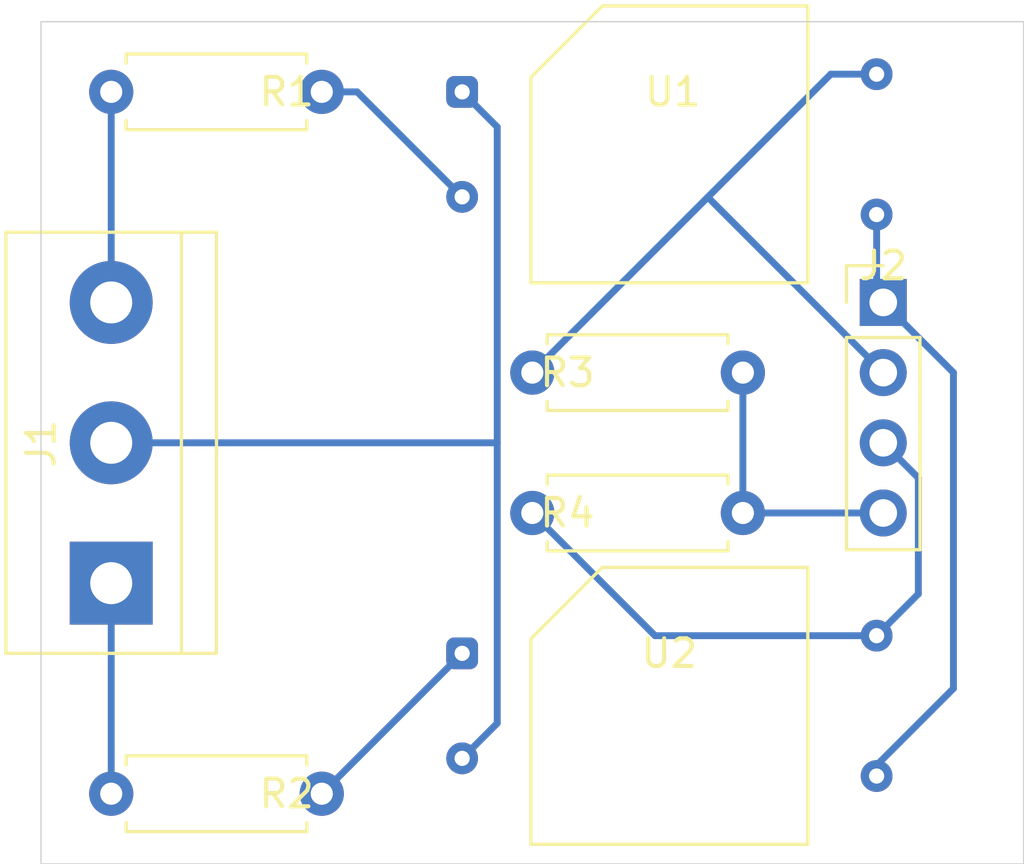
<source format=kicad_pcb>
(kicad_pcb (version 20171130) (host pcbnew "(5.1.4)-1")

  (general
    (thickness 1.6)
    (drawings 4)
    (tracks 27)
    (zones 0)
    (modules 8)
    (nets 10)
  )

  (page A4)
  (layers
    (0 F.Cu signal)
    (31 B.Cu signal)
    (32 B.Adhes user)
    (33 F.Adhes user)
    (34 B.Paste user)
    (35 F.Paste user)
    (36 B.SilkS user)
    (37 F.SilkS user)
    (38 B.Mask user)
    (39 F.Mask user)
    (40 Dwgs.User user)
    (41 Cmts.User user)
    (42 Eco1.User user)
    (43 Eco2.User user)
    (44 Edge.Cuts user)
    (45 Margin user)
    (46 B.CrtYd user)
    (47 F.CrtYd user)
    (48 B.Fab user)
    (49 F.Fab user)
  )

  (setup
    (last_trace_width 0.25)
    (user_trace_width 0.5)
    (user_trace_width 1)
    (user_trace_width 2)
    (trace_clearance 0.2)
    (zone_clearance 0.508)
    (zone_45_only no)
    (trace_min 0.2)
    (via_size 0.8)
    (via_drill 0.4)
    (via_min_size 0.4)
    (via_min_drill 0.3)
    (uvia_size 0.3)
    (uvia_drill 0.1)
    (uvias_allowed no)
    (uvia_min_size 0.2)
    (uvia_min_drill 0.1)
    (edge_width 0.05)
    (segment_width 0.2)
    (pcb_text_width 0.3)
    (pcb_text_size 1.5 1.5)
    (mod_edge_width 0.12)
    (mod_text_size 1 1)
    (mod_text_width 0.15)
    (pad_size 3 3)
    (pad_drill 1.52)
    (pad_to_mask_clearance 0.051)
    (solder_mask_min_width 0.25)
    (aux_axis_origin 0 0)
    (visible_elements 7FFFFFFF)
    (pcbplotparams
      (layerselection 0x010fc_ffffffff)
      (usegerberextensions false)
      (usegerberattributes false)
      (usegerberadvancedattributes false)
      (creategerberjobfile false)
      (excludeedgelayer true)
      (linewidth 0.100000)
      (plotframeref false)
      (viasonmask false)
      (mode 1)
      (useauxorigin false)
      (hpglpennumber 1)
      (hpglpenspeed 20)
      (hpglpendiameter 15.000000)
      (psnegative false)
      (psa4output false)
      (plotreference true)
      (plotvalue true)
      (plotinvisibletext false)
      (padsonsilk false)
      (subtractmaskfromsilk false)
      (outputformat 1)
      (mirror false)
      (drillshape 1)
      (scaleselection 1)
      (outputdirectory ""))
  )

  (net 0 "")
  (net 1 /BleederCenter)
  (net 2 /PowerOut+)
  (net 3 /PowerOut-)
  (net 4 /ControlSignal2)
  (net 5 /ControlSignal1)
  (net 6 /ControlPower+)
  (net 7 /ControlPower-)
  (net 8 "Net-(R1-Pad2)")
  (net 9 "Net-(R2-Pad2)")

  (net_class Default "This is the default net class."
    (clearance 0.2)
    (trace_width 0.25)
    (via_dia 0.8)
    (via_drill 0.4)
    (uvia_dia 0.3)
    (uvia_drill 0.1)
    (add_net /BleederCenter)
    (add_net /ControlPower+)
    (add_net /ControlPower-)
    (add_net /ControlSignal1)
    (add_net /ControlSignal2)
    (add_net /PowerOut+)
    (add_net /PowerOut-)
    (add_net "Net-(R1-Pad2)")
    (add_net "Net-(R2-Pad2)")
  )

  (module TerminalBlock:TerminalBlock_bornier-3_P5.08mm (layer F.Cu) (tedit 59FF03B9) (tstamp 5ED9B68C)
    (at 96.52 93.98 90)
    (descr "simple 3-pin terminal block, pitch 5.08mm, revamped version of bornier3")
    (tags "terminal block bornier3")
    (path /5DF30AB6)
    (fp_text reference J1 (at 5.05 -2.54 90) (layer F.SilkS)
      (effects (font (size 1 1) (thickness 0.15)))
    )
    (fp_text value "From Capacitor Bank" (at 5.08 2.54 90) (layer F.Fab)
      (effects (font (size 1 1) (thickness 0.15)))
    )
    (fp_line (start 12.88 4) (end -2.72 4) (layer F.CrtYd) (width 0.05))
    (fp_line (start 12.88 4) (end 12.88 -4) (layer F.CrtYd) (width 0.05))
    (fp_line (start -2.72 -4) (end -2.72 4) (layer F.CrtYd) (width 0.05))
    (fp_line (start -2.72 -4) (end 12.88 -4) (layer F.CrtYd) (width 0.05))
    (fp_line (start -2.54 3.81) (end 12.7 3.81) (layer F.SilkS) (width 0.12))
    (fp_line (start -2.54 -3.81) (end 12.7 -3.81) (layer F.SilkS) (width 0.12))
    (fp_line (start -2.54 2.54) (end 12.7 2.54) (layer F.SilkS) (width 0.12))
    (fp_line (start 12.7 3.81) (end 12.7 -3.81) (layer F.SilkS) (width 0.12))
    (fp_line (start -2.54 3.81) (end -2.54 -3.81) (layer F.SilkS) (width 0.12))
    (fp_line (start -2.47 3.75) (end -2.47 -3.75) (layer F.Fab) (width 0.1))
    (fp_line (start 12.63 3.75) (end -2.47 3.75) (layer F.Fab) (width 0.1))
    (fp_line (start 12.63 -3.75) (end 12.63 3.75) (layer F.Fab) (width 0.1))
    (fp_line (start -2.47 -3.75) (end 12.63 -3.75) (layer F.Fab) (width 0.1))
    (fp_line (start -2.47 2.55) (end 12.63 2.55) (layer F.Fab) (width 0.1))
    (fp_text user %R (at 5.08 0 90) (layer F.Fab)
      (effects (font (size 1 1) (thickness 0.15)))
    )
    (pad 3 thru_hole circle (at 10.16 0 90) (size 3 3) (drill 1.52) (layers *.Cu *.Mask)
      (net 2 /PowerOut+))
    (pad 2 thru_hole circle (at 5.08 0 90) (size 3 3) (drill 1.52) (layers *.Cu *.Mask)
      (net 1 /BleederCenter))
    (pad 1 thru_hole rect (at 0 0 90) (size 3 3) (drill 1.52) (layers *.Cu *.Mask)
      (net 3 /PowerOut-))
    (model ${KISYS3DMOD}/TerminalBlock.3dshapes/TerminalBlock_bornier-3_P5.08mm.wrl
      (offset (xyz 5.079999923706055 0 0))
      (scale (xyz 1 1 1))
      (rotate (xyz 0 0 0))
    )
  )

  (module Connector_PinHeader_2.54mm:PinHeader_1x04_P2.54mm_Vertical (layer F.Cu) (tedit 59FED5CC) (tstamp 5ED66DBF)
    (at 124.46 83.82)
    (descr "Through hole straight pin header, 1x04, 2.54mm pitch, single row")
    (tags "Through hole pin header THT 1x04 2.54mm single row")
    (path /5DD38980)
    (fp_text reference J2 (at 0 -1.33) (layer F.SilkS)
      (effects (font (size 1 1) (thickness 0.15)))
    )
    (fp_text value "To Control" (at 2.54 5.08 90) (layer F.Fab)
      (effects (font (size 1 1) (thickness 0.15)))
    )
    (fp_text user %R (at 0 3.81 90) (layer F.Fab)
      (effects (font (size 1 1) (thickness 0.15)))
    )
    (fp_line (start 1.8 -1.8) (end -1.8 -1.8) (layer F.CrtYd) (width 0.05))
    (fp_line (start 1.8 9.4) (end 1.8 -1.8) (layer F.CrtYd) (width 0.05))
    (fp_line (start -1.8 9.4) (end 1.8 9.4) (layer F.CrtYd) (width 0.05))
    (fp_line (start -1.8 -1.8) (end -1.8 9.4) (layer F.CrtYd) (width 0.05))
    (fp_line (start -1.33 -1.33) (end 0 -1.33) (layer F.SilkS) (width 0.12))
    (fp_line (start -1.33 0) (end -1.33 -1.33) (layer F.SilkS) (width 0.12))
    (fp_line (start -1.33 1.27) (end 1.33 1.27) (layer F.SilkS) (width 0.12))
    (fp_line (start 1.33 1.27) (end 1.33 8.95) (layer F.SilkS) (width 0.12))
    (fp_line (start -1.33 1.27) (end -1.33 8.95) (layer F.SilkS) (width 0.12))
    (fp_line (start -1.33 8.95) (end 1.33 8.95) (layer F.SilkS) (width 0.12))
    (fp_line (start -1.27 -0.635) (end -0.635 -1.27) (layer F.Fab) (width 0.1))
    (fp_line (start -1.27 8.89) (end -1.27 -0.635) (layer F.Fab) (width 0.1))
    (fp_line (start 1.27 8.89) (end -1.27 8.89) (layer F.Fab) (width 0.1))
    (fp_line (start 1.27 -1.27) (end 1.27 8.89) (layer F.Fab) (width 0.1))
    (fp_line (start -0.635 -1.27) (end 1.27 -1.27) (layer F.Fab) (width 0.1))
    (pad 4 thru_hole oval (at 0 7.62) (size 1.7 1.7) (drill 1) (layers *.Cu *.Mask)
      (net 7 /ControlPower-))
    (pad 3 thru_hole oval (at 0 5.08) (size 1.7 1.7) (drill 1) (layers *.Cu *.Mask)
      (net 4 /ControlSignal2))
    (pad 2 thru_hole oval (at 0 2.54) (size 1.7 1.7) (drill 1) (layers *.Cu *.Mask)
      (net 5 /ControlSignal1))
    (pad 1 thru_hole rect (at 0 0) (size 1.7 1.7) (drill 1) (layers *.Cu *.Mask)
      (net 6 /ControlPower+))
    (model ${KISYS3DMOD}/Connector_PinHeader_2.54mm.3dshapes/PinHeader_1x04_P2.54mm_Vertical.wrl
      (at (xyz 0 0 0))
      (scale (xyz 1 1 1))
      (rotate (xyz 0 0 0))
    )
  )

  (module OptoDevice:PerkinElmer_VTL5C (layer F.Cu) (tedit 5B86F5E5) (tstamp 5ED64567)
    (at 109.22 96.52)
    (descr "Axial Vactrol (http://www.qsl.net/wa1ion/vactrol/vactrol.pdf)")
    (tags vactrol)
    (path /5E0F91ED)
    (fp_text reference U2 (at 7.5 0) (layer F.SilkS)
      (effects (font (size 1 1) (thickness 0.15)))
    )
    (fp_text value VTL5C (at 7.62 5.08) (layer F.Fab)
      (effects (font (size 1 1) (thickness 0.15)))
    )
    (fp_line (start 12.7 5.27) (end 12.7 7.1) (layer F.CrtYd) (width 0.05))
    (fp_line (start 15.83 5.27) (end 15.83 -1.47) (layer F.CrtYd) (width 0.05))
    (fp_line (start 15.83 5.27) (end 12.7 5.27) (layer F.CrtYd) (width 0.05))
    (fp_line (start 15.83 -1.47) (end 12.7 -1.47) (layer F.CrtYd) (width 0.05))
    (fp_line (start 2.3 4.63) (end -0.83 4.63) (layer F.CrtYd) (width 0.05))
    (fp_line (start 2.53 -0.83) (end -0.83 -0.83) (layer F.CrtYd) (width 0.05))
    (fp_line (start -0.83 4.63) (end -0.83 -0.83) (layer F.CrtYd) (width 0.05))
    (fp_line (start 0.7 0.25) (end 2.55 0.9) (layer F.Fab) (width 0.1))
    (fp_line (start 14.3 4.44) (end 12.45 4.44) (layer F.Fab) (width 0.1))
    (fp_line (start 5.1 -3.05) (end 12.45 -3.05) (layer F.Fab) (width 0.1))
    (fp_line (start 12.45 -3.05) (end 12.45 6.85) (layer F.Fab) (width 0.1))
    (fp_line (start 12.45 6.85) (end 2.55 6.85) (layer F.Fab) (width 0.1))
    (fp_line (start 2.55 6.85) (end 2.55 -0.5) (layer F.Fab) (width 0.1))
    (fp_line (start 5.1 -3.05) (end 2.55 -0.5) (layer F.Fab) (width 0.1))
    (fp_line (start 14.3 -0.64) (end 12.45 -0.64) (layer F.Fab) (width 0.1))
    (fp_line (start 0.7 3.55) (end 2.55 2.9) (layer F.Fab) (width 0.1))
    (fp_line (start 12.7 -3.3) (end 12.7 -1.47) (layer F.CrtYd) (width 0.05))
    (fp_line (start 12.7 7.1) (end 2.3 7.1) (layer F.CrtYd) (width 0.05))
    (fp_line (start 2.3 7.1) (end 2.3 4.63) (layer F.CrtYd) (width 0.05))
    (fp_line (start 2.53 -0.83) (end 5 -3.3) (layer F.CrtYd) (width 0.05))
    (fp_line (start 5 -3.3) (end 12.7 -3.3) (layer F.CrtYd) (width 0.05))
    (fp_line (start 12.51 -3.11) (end 5.07 -3.11) (layer F.SilkS) (width 0.12))
    (fp_line (start 5.07 -3.11) (end 2.49 -0.53) (layer F.SilkS) (width 0.12))
    (fp_line (start 2.49 -0.53) (end 2.49 6.91) (layer F.SilkS) (width 0.12))
    (fp_line (start 2.49 6.91) (end 12.51 6.91) (layer F.SilkS) (width 0.12))
    (fp_line (start 12.51 6.91) (end 12.51 -3.11) (layer F.SilkS) (width 0.12))
    (fp_text user %R (at 7.5 0) (layer F.Fab)
      (effects (font (size 1 1) (thickness 0.1)))
    )
    (pad 2 thru_hole circle (at 0 3.8) (size 1.15 1.15) (drill 0.55) (layers *.Cu *.Mask)
      (net 1 /BleederCenter))
    (pad 4 thru_hole circle (at 15 4.44) (size 1.15 1.15) (drill 0.55) (layers *.Cu *.Mask)
      (net 6 /ControlPower+))
    (pad 3 thru_hole circle (at 15 -0.64) (size 1.15 1.15) (drill 0.55) (layers *.Cu *.Mask)
      (net 4 /ControlSignal2))
    (pad 1 thru_hole roundrect (at 0 0) (size 1.15 1.15) (drill 0.55) (layers *.Cu *.Mask) (roundrect_rratio 0.25)
      (net 9 "Net-(R2-Pad2)"))
    (model ${KISYS3DMOD}/OptoDevice.3dshapes/PerkinElmer_VTL5C.wrl
      (at (xyz 0 0 0))
      (scale (xyz 1 1 1))
      (rotate (xyz 0 0 0))
    )
  )

  (module OptoDevice:PerkinElmer_VTL5C (layer F.Cu) (tedit 5B86F5E5) (tstamp 5ED64544)
    (at 109.22 76.2)
    (descr "Axial Vactrol (http://www.qsl.net/wa1ion/vactrol/vactrol.pdf)")
    (tags vactrol)
    (path /5E0EEB06)
    (fp_text reference U1 (at 7.62 0) (layer F.SilkS)
      (effects (font (size 1 1) (thickness 0.15)))
    )
    (fp_text value VTL5C (at 7.62 5.08) (layer F.Fab)
      (effects (font (size 1 1) (thickness 0.15)))
    )
    (fp_line (start 12.7 5.27) (end 12.7 7.1) (layer F.CrtYd) (width 0.05))
    (fp_line (start 15.83 5.27) (end 15.83 -1.47) (layer F.CrtYd) (width 0.05))
    (fp_line (start 15.83 5.27) (end 12.7 5.27) (layer F.CrtYd) (width 0.05))
    (fp_line (start 15.83 -1.47) (end 12.7 -1.47) (layer F.CrtYd) (width 0.05))
    (fp_line (start 2.3 4.63) (end -0.83 4.63) (layer F.CrtYd) (width 0.05))
    (fp_line (start 2.53 -0.83) (end -0.83 -0.83) (layer F.CrtYd) (width 0.05))
    (fp_line (start -0.83 4.63) (end -0.83 -0.83) (layer F.CrtYd) (width 0.05))
    (fp_line (start 0.7 0.25) (end 2.55 0.9) (layer F.Fab) (width 0.1))
    (fp_line (start 14.3 4.44) (end 12.45 4.44) (layer F.Fab) (width 0.1))
    (fp_line (start 5.1 -3.05) (end 12.45 -3.05) (layer F.Fab) (width 0.1))
    (fp_line (start 12.45 -3.05) (end 12.45 6.85) (layer F.Fab) (width 0.1))
    (fp_line (start 12.45 6.85) (end 2.55 6.85) (layer F.Fab) (width 0.1))
    (fp_line (start 2.55 6.85) (end 2.55 -0.5) (layer F.Fab) (width 0.1))
    (fp_line (start 5.1 -3.05) (end 2.55 -0.5) (layer F.Fab) (width 0.1))
    (fp_line (start 14.3 -0.64) (end 12.45 -0.64) (layer F.Fab) (width 0.1))
    (fp_line (start 0.7 3.55) (end 2.55 2.9) (layer F.Fab) (width 0.1))
    (fp_line (start 12.7 -3.3) (end 12.7 -1.47) (layer F.CrtYd) (width 0.05))
    (fp_line (start 12.7 7.1) (end 2.3 7.1) (layer F.CrtYd) (width 0.05))
    (fp_line (start 2.3 7.1) (end 2.3 4.63) (layer F.CrtYd) (width 0.05))
    (fp_line (start 2.53 -0.83) (end 5 -3.3) (layer F.CrtYd) (width 0.05))
    (fp_line (start 5 -3.3) (end 12.7 -3.3) (layer F.CrtYd) (width 0.05))
    (fp_line (start 12.51 -3.11) (end 5.07 -3.11) (layer F.SilkS) (width 0.12))
    (fp_line (start 5.07 -3.11) (end 2.49 -0.53) (layer F.SilkS) (width 0.12))
    (fp_line (start 2.49 -0.53) (end 2.49 6.91) (layer F.SilkS) (width 0.12))
    (fp_line (start 2.49 6.91) (end 12.51 6.91) (layer F.SilkS) (width 0.12))
    (fp_line (start 12.51 6.91) (end 12.51 -3.11) (layer F.SilkS) (width 0.12))
    (fp_text user %R (at 7.62 0) (layer F.Fab)
      (effects (font (size 1 1) (thickness 0.1)))
    )
    (pad 2 thru_hole circle (at 0 3.8) (size 1.15 1.15) (drill 0.55) (layers *.Cu *.Mask)
      (net 8 "Net-(R1-Pad2)"))
    (pad 4 thru_hole circle (at 15 4.44) (size 1.15 1.15) (drill 0.55) (layers *.Cu *.Mask)
      (net 6 /ControlPower+))
    (pad 3 thru_hole circle (at 15 -0.64) (size 1.15 1.15) (drill 0.55) (layers *.Cu *.Mask)
      (net 5 /ControlSignal1))
    (pad 1 thru_hole roundrect (at 0 0) (size 1.15 1.15) (drill 0.55) (layers *.Cu *.Mask) (roundrect_rratio 0.25)
      (net 1 /BleederCenter))
    (model ${KISYS3DMOD}/OptoDevice.3dshapes/PerkinElmer_VTL5C.wrl
      (at (xyz 0 0 0))
      (scale (xyz 1 1 1))
      (rotate (xyz 0 0 0))
    )
  )

  (module Resistor_THT:R_Axial_DIN0207_L6.3mm_D2.5mm_P7.62mm_Horizontal (layer F.Cu) (tedit 5AE5139B) (tstamp 5ED64521)
    (at 119.38 91.44 180)
    (descr "Resistor, Axial_DIN0207 series, Axial, Horizontal, pin pitch=7.62mm, 0.25W = 1/4W, length*diameter=6.3*2.5mm^2, http://cdn-reichelt.de/documents/datenblatt/B400/1_4W%23YAG.pdf")
    (tags "Resistor Axial_DIN0207 series Axial Horizontal pin pitch 7.62mm 0.25W = 1/4W length 6.3mm diameter 2.5mm")
    (path /5E148B18)
    (fp_text reference R4 (at 6.35 0) (layer F.SilkS)
      (effects (font (size 1 1) (thickness 0.15)))
    )
    (fp_text value 4.7K (at 1.27 0) (layer F.Fab)
      (effects (font (size 1 1) (thickness 0.15)))
    )
    (fp_text user %R (at 6.35 0) (layer F.Fab)
      (effects (font (size 1 1) (thickness 0.15)))
    )
    (fp_line (start 8.67 -1.5) (end -1.05 -1.5) (layer F.CrtYd) (width 0.05))
    (fp_line (start 8.67 1.5) (end 8.67 -1.5) (layer F.CrtYd) (width 0.05))
    (fp_line (start -1.05 1.5) (end 8.67 1.5) (layer F.CrtYd) (width 0.05))
    (fp_line (start -1.05 -1.5) (end -1.05 1.5) (layer F.CrtYd) (width 0.05))
    (fp_line (start 7.08 1.37) (end 7.08 1.04) (layer F.SilkS) (width 0.12))
    (fp_line (start 0.54 1.37) (end 7.08 1.37) (layer F.SilkS) (width 0.12))
    (fp_line (start 0.54 1.04) (end 0.54 1.37) (layer F.SilkS) (width 0.12))
    (fp_line (start 7.08 -1.37) (end 7.08 -1.04) (layer F.SilkS) (width 0.12))
    (fp_line (start 0.54 -1.37) (end 7.08 -1.37) (layer F.SilkS) (width 0.12))
    (fp_line (start 0.54 -1.04) (end 0.54 -1.37) (layer F.SilkS) (width 0.12))
    (fp_line (start 7.62 0) (end 6.96 0) (layer F.Fab) (width 0.1))
    (fp_line (start 0 0) (end 0.66 0) (layer F.Fab) (width 0.1))
    (fp_line (start 6.96 -1.25) (end 0.66 -1.25) (layer F.Fab) (width 0.1))
    (fp_line (start 6.96 1.25) (end 6.96 -1.25) (layer F.Fab) (width 0.1))
    (fp_line (start 0.66 1.25) (end 6.96 1.25) (layer F.Fab) (width 0.1))
    (fp_line (start 0.66 -1.25) (end 0.66 1.25) (layer F.Fab) (width 0.1))
    (pad 2 thru_hole oval (at 7.62 0 180) (size 1.6 1.6) (drill 0.8) (layers *.Cu *.Mask)
      (net 4 /ControlSignal2))
    (pad 1 thru_hole circle (at 0 0 180) (size 1.6 1.6) (drill 0.8) (layers *.Cu *.Mask)
      (net 7 /ControlPower-))
    (model ${KISYS3DMOD}/Resistor_THT.3dshapes/R_Axial_DIN0207_L6.3mm_D2.5mm_P7.62mm_Horizontal.wrl
      (at (xyz 0 0 0))
      (scale (xyz 1 1 1))
      (rotate (xyz 0 0 0))
    )
  )

  (module Resistor_THT:R_Axial_DIN0207_L6.3mm_D2.5mm_P7.62mm_Horizontal (layer F.Cu) (tedit 5AE5139B) (tstamp 5ED6450A)
    (at 119.38 86.36 180)
    (descr "Resistor, Axial_DIN0207 series, Axial, Horizontal, pin pitch=7.62mm, 0.25W = 1/4W, length*diameter=6.3*2.5mm^2, http://cdn-reichelt.de/documents/datenblatt/B400/1_4W%23YAG.pdf")
    (tags "Resistor Axial_DIN0207 series Axial Horizontal pin pitch 7.62mm 0.25W = 1/4W length 6.3mm diameter 2.5mm")
    (path /5E12C0F1)
    (fp_text reference R3 (at 6.35 0) (layer F.SilkS)
      (effects (font (size 1 1) (thickness 0.15)))
    )
    (fp_text value 4.7K (at 1.27 0) (layer F.Fab)
      (effects (font (size 1 1) (thickness 0.15)))
    )
    (fp_text user %R (at 6.35 0) (layer F.Fab)
      (effects (font (size 1 1) (thickness 0.15)))
    )
    (fp_line (start 8.67 -1.5) (end -1.05 -1.5) (layer F.CrtYd) (width 0.05))
    (fp_line (start 8.67 1.5) (end 8.67 -1.5) (layer F.CrtYd) (width 0.05))
    (fp_line (start -1.05 1.5) (end 8.67 1.5) (layer F.CrtYd) (width 0.05))
    (fp_line (start -1.05 -1.5) (end -1.05 1.5) (layer F.CrtYd) (width 0.05))
    (fp_line (start 7.08 1.37) (end 7.08 1.04) (layer F.SilkS) (width 0.12))
    (fp_line (start 0.54 1.37) (end 7.08 1.37) (layer F.SilkS) (width 0.12))
    (fp_line (start 0.54 1.04) (end 0.54 1.37) (layer F.SilkS) (width 0.12))
    (fp_line (start 7.08 -1.37) (end 7.08 -1.04) (layer F.SilkS) (width 0.12))
    (fp_line (start 0.54 -1.37) (end 7.08 -1.37) (layer F.SilkS) (width 0.12))
    (fp_line (start 0.54 -1.04) (end 0.54 -1.37) (layer F.SilkS) (width 0.12))
    (fp_line (start 7.62 0) (end 6.96 0) (layer F.Fab) (width 0.1))
    (fp_line (start 0 0) (end 0.66 0) (layer F.Fab) (width 0.1))
    (fp_line (start 6.96 -1.25) (end 0.66 -1.25) (layer F.Fab) (width 0.1))
    (fp_line (start 6.96 1.25) (end 6.96 -1.25) (layer F.Fab) (width 0.1))
    (fp_line (start 0.66 1.25) (end 6.96 1.25) (layer F.Fab) (width 0.1))
    (fp_line (start 0.66 -1.25) (end 0.66 1.25) (layer F.Fab) (width 0.1))
    (pad 2 thru_hole oval (at 7.62 0 180) (size 1.6 1.6) (drill 0.8) (layers *.Cu *.Mask)
      (net 5 /ControlSignal1))
    (pad 1 thru_hole circle (at 0 0 180) (size 1.6 1.6) (drill 0.8) (layers *.Cu *.Mask)
      (net 7 /ControlPower-))
    (model ${KISYS3DMOD}/Resistor_THT.3dshapes/R_Axial_DIN0207_L6.3mm_D2.5mm_P7.62mm_Horizontal.wrl
      (at (xyz 0 0 0))
      (scale (xyz 1 1 1))
      (rotate (xyz 0 0 0))
    )
  )

  (module Resistor_THT:R_Axial_DIN0207_L6.3mm_D2.5mm_P7.62mm_Horizontal (layer F.Cu) (tedit 5AE5139B) (tstamp 5DE7A4B6)
    (at 96.52 101.6)
    (descr "Resistor, Axial_DIN0207 series, Axial, Horizontal, pin pitch=7.62mm, 0.25W = 1/4W, length*diameter=6.3*2.5mm^2, http://cdn-reichelt.de/documents/datenblatt/B400/1_4W%23YAG.pdf")
    (tags "Resistor Axial_DIN0207 series Axial Horizontal pin pitch 7.62mm 0.25W = 1/4W length 6.3mm diameter 2.5mm")
    (path /5DF00186)
    (fp_text reference R2 (at 6.35 0) (layer F.SilkS)
      (effects (font (size 1 1) (thickness 0.15)))
    )
    (fp_text value 4.3K (at 2.54 0) (layer F.Fab)
      (effects (font (size 1 1) (thickness 0.15)))
    )
    (fp_text user %R (at 6.35 0) (layer F.Fab)
      (effects (font (size 1 1) (thickness 0.15)))
    )
    (fp_line (start 8.67 -1.5) (end -1.05 -1.5) (layer F.CrtYd) (width 0.05))
    (fp_line (start 8.67 1.5) (end 8.67 -1.5) (layer F.CrtYd) (width 0.05))
    (fp_line (start -1.05 1.5) (end 8.67 1.5) (layer F.CrtYd) (width 0.05))
    (fp_line (start -1.05 -1.5) (end -1.05 1.5) (layer F.CrtYd) (width 0.05))
    (fp_line (start 7.08 1.37) (end 7.08 1.04) (layer F.SilkS) (width 0.12))
    (fp_line (start 0.54 1.37) (end 7.08 1.37) (layer F.SilkS) (width 0.12))
    (fp_line (start 0.54 1.04) (end 0.54 1.37) (layer F.SilkS) (width 0.12))
    (fp_line (start 7.08 -1.37) (end 7.08 -1.04) (layer F.SilkS) (width 0.12))
    (fp_line (start 0.54 -1.37) (end 7.08 -1.37) (layer F.SilkS) (width 0.12))
    (fp_line (start 0.54 -1.04) (end 0.54 -1.37) (layer F.SilkS) (width 0.12))
    (fp_line (start 7.62 0) (end 6.96 0) (layer F.Fab) (width 0.1))
    (fp_line (start 0 0) (end 0.66 0) (layer F.Fab) (width 0.1))
    (fp_line (start 6.96 -1.25) (end 0.66 -1.25) (layer F.Fab) (width 0.1))
    (fp_line (start 6.96 1.25) (end 6.96 -1.25) (layer F.Fab) (width 0.1))
    (fp_line (start 0.66 1.25) (end 6.96 1.25) (layer F.Fab) (width 0.1))
    (fp_line (start 0.66 -1.25) (end 0.66 1.25) (layer F.Fab) (width 0.1))
    (pad 2 thru_hole oval (at 7.62 0) (size 1.6 1.6) (drill 0.8) (layers *.Cu *.Mask)
      (net 9 "Net-(R2-Pad2)"))
    (pad 1 thru_hole circle (at 0 0) (size 1.6 1.6) (drill 0.8) (layers *.Cu *.Mask)
      (net 3 /PowerOut-))
    (model ${KISYS3DMOD}/Resistor_THT.3dshapes/R_Axial_DIN0207_L6.3mm_D2.5mm_P7.62mm_Horizontal.wrl
      (at (xyz 0 0 0))
      (scale (xyz 1 1 1))
      (rotate (xyz 0 0 0))
    )
  )

  (module Resistor_THT:R_Axial_DIN0207_L6.3mm_D2.5mm_P7.62mm_Horizontal (layer F.Cu) (tedit 5AE5139B) (tstamp 5DE7A3E7)
    (at 96.52 76.2)
    (descr "Resistor, Axial_DIN0207 series, Axial, Horizontal, pin pitch=7.62mm, 0.25W = 1/4W, length*diameter=6.3*2.5mm^2, http://cdn-reichelt.de/documents/datenblatt/B400/1_4W%23YAG.pdf")
    (tags "Resistor Axial_DIN0207 series Axial Horizontal pin pitch 7.62mm 0.25W = 1/4W length 6.3mm diameter 2.5mm")
    (path /5DD7ED5C)
    (fp_text reference R1 (at 6.35 0) (layer F.SilkS)
      (effects (font (size 1 1) (thickness 0.15)))
    )
    (fp_text value 4.3K (at 2.54 0) (layer F.Fab)
      (effects (font (size 1 1) (thickness 0.15)))
    )
    (fp_text user %R (at 6.35 0) (layer F.Fab)
      (effects (font (size 1 1) (thickness 0.15)))
    )
    (fp_line (start 8.67 -1.5) (end -1.05 -1.5) (layer F.CrtYd) (width 0.05))
    (fp_line (start 8.67 1.5) (end 8.67 -1.5) (layer F.CrtYd) (width 0.05))
    (fp_line (start -1.05 1.5) (end 8.67 1.5) (layer F.CrtYd) (width 0.05))
    (fp_line (start -1.05 -1.5) (end -1.05 1.5) (layer F.CrtYd) (width 0.05))
    (fp_line (start 7.08 1.37) (end 7.08 1.04) (layer F.SilkS) (width 0.12))
    (fp_line (start 0.54 1.37) (end 7.08 1.37) (layer F.SilkS) (width 0.12))
    (fp_line (start 0.54 1.04) (end 0.54 1.37) (layer F.SilkS) (width 0.12))
    (fp_line (start 7.08 -1.37) (end 7.08 -1.04) (layer F.SilkS) (width 0.12))
    (fp_line (start 0.54 -1.37) (end 7.08 -1.37) (layer F.SilkS) (width 0.12))
    (fp_line (start 0.54 -1.04) (end 0.54 -1.37) (layer F.SilkS) (width 0.12))
    (fp_line (start 7.62 0) (end 6.96 0) (layer F.Fab) (width 0.1))
    (fp_line (start 0 0) (end 0.66 0) (layer F.Fab) (width 0.1))
    (fp_line (start 6.96 -1.25) (end 0.66 -1.25) (layer F.Fab) (width 0.1))
    (fp_line (start 6.96 1.25) (end 6.96 -1.25) (layer F.Fab) (width 0.1))
    (fp_line (start 0.66 1.25) (end 6.96 1.25) (layer F.Fab) (width 0.1))
    (fp_line (start 0.66 -1.25) (end 0.66 1.25) (layer F.Fab) (width 0.1))
    (pad 2 thru_hole oval (at 7.62 0) (size 1.6 1.6) (drill 0.8) (layers *.Cu *.Mask)
      (net 8 "Net-(R1-Pad2)"))
    (pad 1 thru_hole circle (at 0 0) (size 1.6 1.6) (drill 0.8) (layers *.Cu *.Mask)
      (net 2 /PowerOut+))
    (model ${KISYS3DMOD}/Resistor_THT.3dshapes/R_Axial_DIN0207_L6.3mm_D2.5mm_P7.62mm_Horizontal.wrl
      (at (xyz 0 0 0))
      (scale (xyz 1 1 1))
      (rotate (xyz 0 0 0))
    )
  )

  (gr_line (start 93.98 104.14) (end 93.98 73.66) (layer Edge.Cuts) (width 0.05) (tstamp 5DE868DF))
  (gr_line (start 129.54 104.14) (end 93.98 104.14) (layer Edge.Cuts) (width 0.05))
  (gr_line (start 129.54 73.66) (end 129.54 104.14) (layer Edge.Cuts) (width 0.05))
  (gr_line (start 93.98 73.66) (end 129.54 73.66) (layer Edge.Cuts) (width 0.05))

  (segment (start 105.42 76.2) (end 109.22 80) (width 0.25) (layer B.Cu) (net 8) (status 20))
  (segment (start 104.14 76.2) (end 105.42 76.2) (width 0.25) (layer B.Cu) (net 8) (status 10))
  (segment (start 104.14 101.6) (end 109.22 96.52) (width 0.25) (layer B.Cu) (net 9) (status 30))
  (segment (start 110.49 99.05) (end 109.22 100.32) (width 0.25) (layer B.Cu) (net 1) (status 20))
  (segment (start 110.49 77.47) (end 109.22 76.2) (width 0.25) (layer B.Cu) (net 1) (status 20))
  (segment (start 96.52 88.9) (end 110.49 88.9) (width 0.25) (layer B.Cu) (net 1) (status 10))
  (segment (start 110.49 77.47) (end 110.49 88.9) (width 0.25) (layer B.Cu) (net 1))
  (segment (start 110.49 88.9) (end 110.49 99.05) (width 0.25) (layer B.Cu) (net 1))
  (segment (start 96.52 83.82) (end 96.52 76.2) (width 0.25) (layer B.Cu) (net 2) (status 30))
  (segment (start 96.52 101.6) (end 96.52 93.98) (width 0.25) (layer B.Cu) (net 3) (status 30))
  (segment (start 125.73 94.37) (end 124.22 95.88) (width 0.25) (layer B.Cu) (net 4) (status 20))
  (segment (start 124.46 88.9) (end 125.73 90.17) (width 0.25) (layer B.Cu) (net 4) (status 10))
  (segment (start 125.73 90.17) (end 125.73 94.37) (width 0.25) (layer B.Cu) (net 4))
  (segment (start 116.2 95.88) (end 124.22 95.88) (width 0.25) (layer B.Cu) (net 4) (status 20))
  (segment (start 111.76 91.44) (end 116.2 95.88) (width 0.25) (layer B.Cu) (net 4) (status 10))
  (segment (start 122.56 75.56) (end 124.22 75.56) (width 0.25) (layer B.Cu) (net 5) (status 20))
  (segment (start 124.46 86.36) (end 118.11 80.01) (width 0.25) (layer B.Cu) (net 5) (status 10))
  (segment (start 111.76 86.36) (end 118.11 80.01) (width 0.25) (layer B.Cu) (net 5) (status 10))
  (segment (start 118.11 80.01) (end 122.56 75.56) (width 0.25) (layer B.Cu) (net 5))
  (segment (start 124.22 100.96) (end 124.22 100.57) (width 0.25) (layer B.Cu) (net 6) (status 30))
  (segment (start 124.22 83.58) (end 124.46 83.82) (width 0.25) (layer B.Cu) (net 6) (status 30))
  (segment (start 124.22 80.64) (end 124.22 83.58) (width 0.25) (layer B.Cu) (net 6) (status 30))
  (segment (start 124.46 83.82) (end 127 86.36) (width 0.25) (layer B.Cu) (net 6) (status 10))
  (segment (start 127 86.36) (end 127 97.79) (width 0.25) (layer B.Cu) (net 6))
  (segment (start 124.22 100.57) (end 127 97.79) (width 0.25) (layer B.Cu) (net 6) (status 10))
  (segment (start 119.38 86.36) (end 119.38 91.44) (width 0.25) (layer B.Cu) (net 7) (status 30))
  (segment (start 119.38 91.44) (end 124.46 91.44) (width 0.25) (layer B.Cu) (net 7) (status 30))

)

</source>
